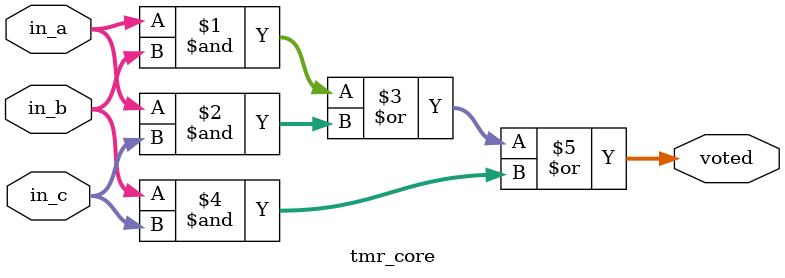
<source format=v>
`timescale 1ns/1ps

module tmr_core #(
    parameter WIDTH = 8
)(
    input  wire [WIDTH-1:0] in_a,
    input  wire [WIDTH-1:0] in_b,
    input  wire [WIDTH-1:0] in_c,
    output wire [WIDTH-1:0] voted
);
    assign voted = (in_a & in_b) | (in_a & in_c) | (in_b & in_c);
endmodule

</source>
